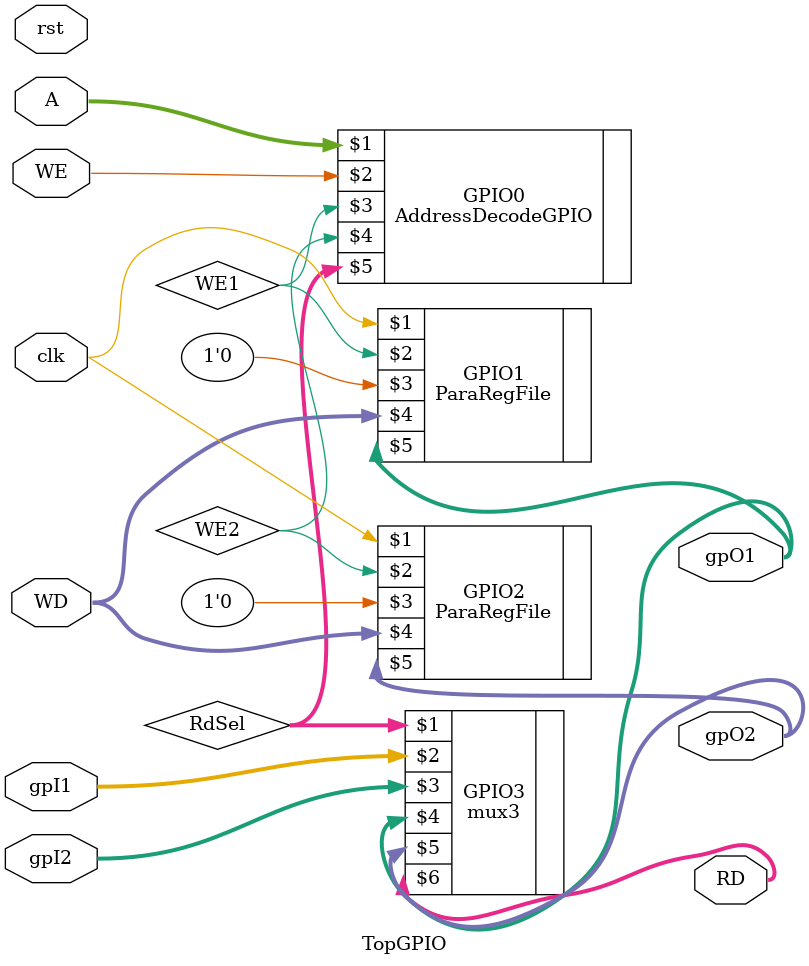
<source format=v>
`timescale 1ns / 1ps
module TopGPIO(A,WE,gpI1,gpI2,WD,rst,clk,RD,gpO1,gpO2);

input [1:0] A;
input WE;
input [31:0] gpI1,gpI2,WD;
input rst,clk;
output [31:0] RD,gpO1,gpO2;



wire WE1,WE2;
wire [1:0] RdSel;

//I need to edit the address decoder to output the correct signals
AddressDecodeGPIO GPIO0(A,WE,WE1,WE2,RdSel);

ParaRegFile #(32) GPIO1(clk,WE1,1'b0,WD,gpO1);
ParaRegFile #(32) GPIO2(clk,WE2,1'b0,WD,gpO2);
mux3              GPIO3(RdSel,gpI1,gpI2,gpO1,gpO2,RD);
endmodule

</source>
